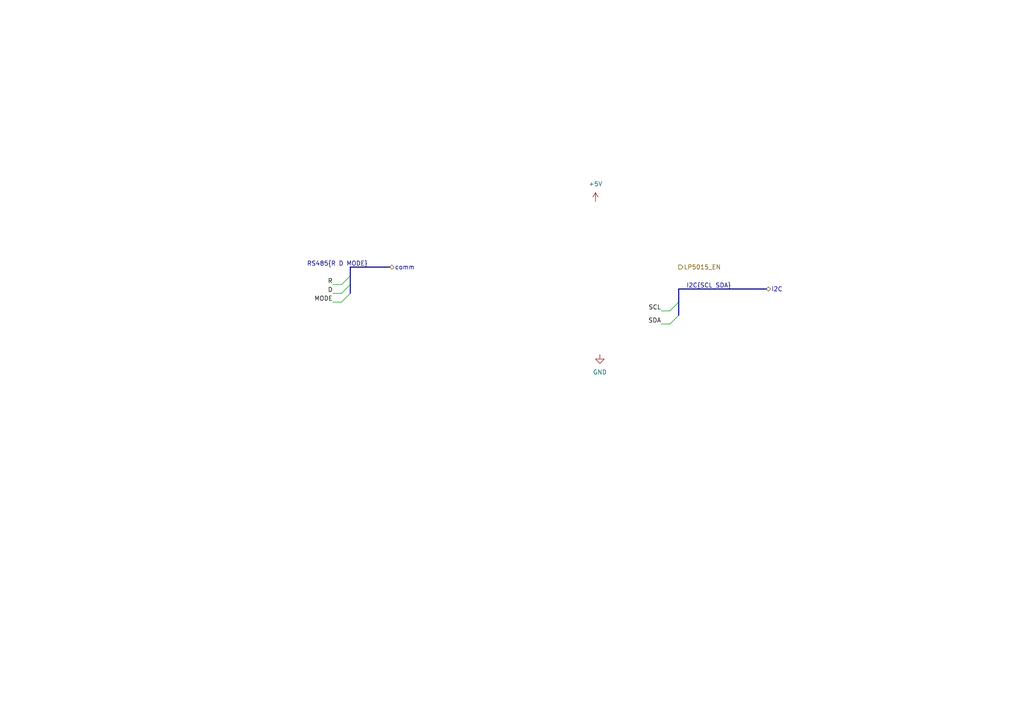
<source format=kicad_sch>
(kicad_sch (version 20250114) (generator "eeschema") (generator_version "9.0")
  (paper "A4")
  (title_block (title "${Project Title}") (rev "${Revision}") (comment 1 "${Designed By}"))
  (lib_symbols
    (symbol "power:+5V" (power) (pin_numbers (hide yes)) (pin_names (offset 0) (hide yes))
      (property "Value" "+5V" (at 0 3.556 0))
      (symbol "+5V_0_1"
        (polyline (pts (xy -0.762 1.27) (xy 0 2.54)))
        (polyline (pts (xy 0 2.54) (xy 0.762 1.27)))
        (polyline (pts (xy 0 0) (xy 0 2.54)))
      )
      (symbol "+5V_1_1"
        (pin power_in line (at 0 0 90) (length 0) (name "~") (number "1"))
      )
    )
    (symbol "power:GND" (power) (pin_numbers (hide yes)) (pin_names (offset 0) (hide yes))
      (property "Value" "GND" (at 0 -3.81 0))
      (symbol "GND_0_1"
        (polyline (pts (xy 0 0) (xy 0 -1.27) (xy 1.27 -1.27) (xy 0 -2.54) (xy -1.27 -1.27) (xy 0 -1.27)))
      )
      (symbol "GND_1_1"
        (pin power_in line (at 0 0 270) (length 0) (name "~") (number "1"))
      )
    )
  )
  (bus_entry (at 196.85 91.44) (size -2.54 2.54))
  (bus_entry (at 99.06 85.09) (size 2.54 -2.54))
  (bus_entry (at 99.06 82.55) (size 2.54 -2.54))
  (bus_entry (at 196.85 87.63) (size -2.54 2.54))
  (bus_entry (at 99.06 87.63) (size 2.54 -2.54))
  (bus (pts (xy 196.85 83.82) (xy 222.25 83.82)))
  (bus (pts (xy 196.85 83.82) (xy 196.85 87.63)))
  (bus (pts (xy 101.6 82.55) (xy 101.6 80.01)))
  (wire (pts (xy 191.77 90.17) (xy 194.31 90.17)))
  (wire (pts (xy 96.52 87.63) (xy 99.06 87.63)))
  (wire (pts (xy 191.77 93.98) (xy 194.31 93.98)))
  (wire (pts (xy 96.52 85.09) (xy 99.06 85.09)))
  (wire (pts (xy 96.52 82.55) (xy 99.06 82.55)))
  (bus (pts (xy 101.6 85.09) (xy 101.6 82.55)))
  (bus (pts (xy 196.85 87.63) (xy 196.85 91.44)))
  (bus (pts (xy 101.6 80.01) (xy 101.6 77.47)))
  (bus (pts (xy 101.6 77.47) (xy 113.03 77.47)))
  (label "MODE" (at 96.52 87.63 180))
  (label "RS485{R D MODE}" (at 106.68 77.47 180))
  (label "R" (at 96.52 82.55 180))
  (label "SDA" (at 191.77 93.98 180))
  (label "I2C{SCL SDA}" (at 212.09 83.82 180))
  (label "SCL" (at 191.77 90.17 180))
  (label "D" (at 96.52 85.09 180))
  (hierarchical_label "comm" (shape bidirectional) (at 113.03 77.47 0))
  (hierarchical_label "I2C" (shape bidirectional) (at 222.25 83.82 0))
  (hierarchical_label "LP5015_EN" (shape output) (at 196.85 77.47 0))
  (symbol (lib_id "power:GND") (at 173.99 102.87 0) (unit 1)
    (property "Reference" "#PWR7" (effects (hide yes)))
    (property "Value" "GND" (at 173.99 107.95 0))
    (property "Description" "Power symbol creates a global label with name \"GND\" , ground" (effects (hide yes)))
  )
  (symbol (lib_id "power:+5V") (at 172.72 58.42 0) (unit 1)
    (property "Reference" "#PWR8" (effects (hide yes)))
    (property "Value" "+5V" (at 172.72 53.34 0))
    (property "Description" "Power symbol creates a global label with name \"+5V\"" (effects (hide yes)))
  )
)
</source>
